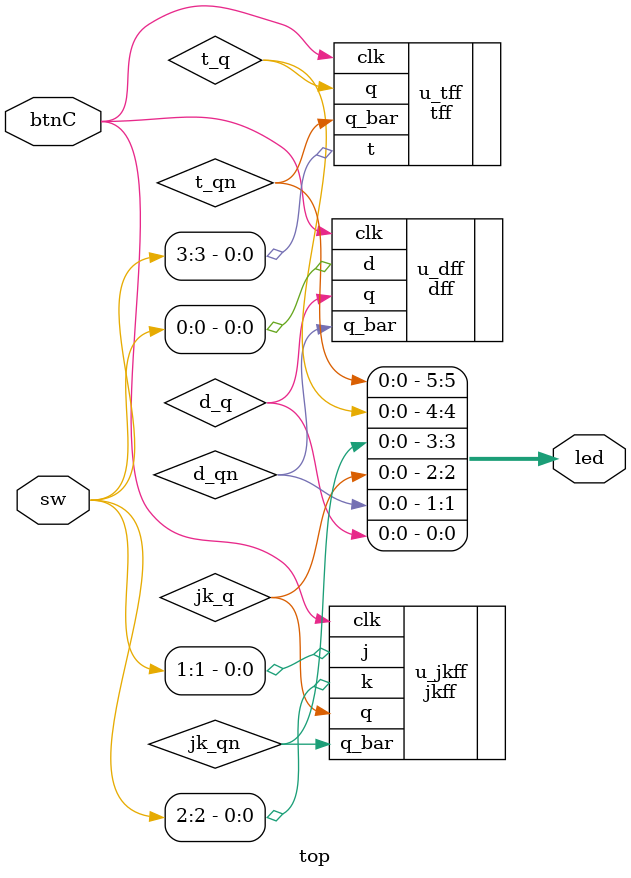
<source format=v>
module top(
    input  wire btnC,
    input  wire [3:0] sw,
    output wire [5:0] led
);

    wire d_q, d_qn;
    dff u_dff (
        .clk(btnC),
        .d  (sw[0]),
        .q  (d_q),
        .q_bar(d_qn)
    );
    assign led[0] = d_q;
    assign led[1] = d_qn;

    wire jk_q, jk_qn;
    jkff u_jkff (
        .clk(btnC),
        .j  (sw[1]),
        .k  (sw[2]),
        .q  (jk_q),
        .q_bar(jk_qn)
    );
    assign led[2] = jk_q;
    assign led[3] = jk_qn;

    wire t_q, t_qn;
    tff u_tff (
        .clk(btnC),
        .t  (sw[3]),
        .q  (t_q),
        .q_bar(t_qn)
    );
    assign led[4] = t_q;
    assign led[5] = t_qn;
endmodule

</source>
